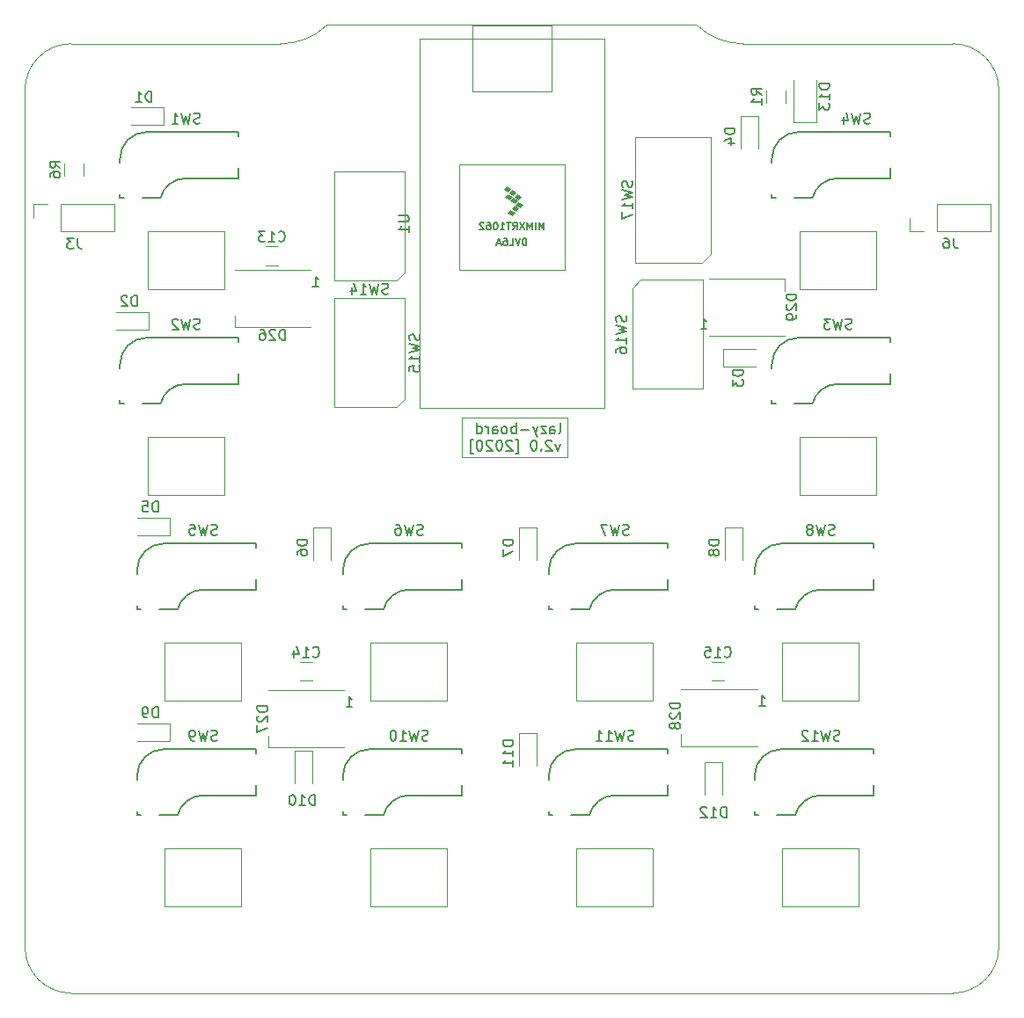
<source format=gbr>
G04 #@! TF.GenerationSoftware,KiCad,Pcbnew,(5.1.5)-3*
G04 #@! TF.CreationDate,2020-06-30T23:50:15-07:00*
G04 #@! TF.ProjectId,keypadV2,6b657970-6164-4563-922e-6b696361645f,rev?*
G04 #@! TF.SameCoordinates,Original*
G04 #@! TF.FileFunction,Legend,Bot*
G04 #@! TF.FilePolarity,Positive*
%FSLAX46Y46*%
G04 Gerber Fmt 4.6, Leading zero omitted, Abs format (unit mm)*
G04 Created by KiCad (PCBNEW (5.1.5)-3) date 2020-06-30 23:50:15*
%MOMM*%
%LPD*%
G04 APERTURE LIST*
%ADD10C,0.120000*%
%ADD11C,0.150000*%
%ADD12C,0.050000*%
%ADD13C,0.100000*%
G04 APERTURE END LIST*
D10*
X177038000Y-85217000D02*
X187198000Y-85217000D01*
X177038000Y-81407000D02*
X177038000Y-85217000D01*
X187198000Y-81407000D02*
X177038000Y-81407000D01*
X187198000Y-85217000D02*
X187198000Y-81407000D01*
D11*
X186356095Y-82939380D02*
X186451333Y-82891761D01*
X186498952Y-82796523D01*
X186498952Y-81939380D01*
X185546571Y-82939380D02*
X185546571Y-82415571D01*
X185594190Y-82320333D01*
X185689428Y-82272714D01*
X185879904Y-82272714D01*
X185975142Y-82320333D01*
X185546571Y-82891761D02*
X185641809Y-82939380D01*
X185879904Y-82939380D01*
X185975142Y-82891761D01*
X186022761Y-82796523D01*
X186022761Y-82701285D01*
X185975142Y-82606047D01*
X185879904Y-82558428D01*
X185641809Y-82558428D01*
X185546571Y-82510809D01*
X185165619Y-82272714D02*
X184641809Y-82272714D01*
X185165619Y-82939380D01*
X184641809Y-82939380D01*
X184356095Y-82272714D02*
X184118000Y-82939380D01*
X183879904Y-82272714D02*
X184118000Y-82939380D01*
X184213238Y-83177476D01*
X184260857Y-83225095D01*
X184356095Y-83272714D01*
X183498952Y-82558428D02*
X182737047Y-82558428D01*
X182260857Y-82939380D02*
X182260857Y-81939380D01*
X182260857Y-82320333D02*
X182165619Y-82272714D01*
X181975142Y-82272714D01*
X181879904Y-82320333D01*
X181832285Y-82367952D01*
X181784666Y-82463190D01*
X181784666Y-82748904D01*
X181832285Y-82844142D01*
X181879904Y-82891761D01*
X181975142Y-82939380D01*
X182165619Y-82939380D01*
X182260857Y-82891761D01*
X181213238Y-82939380D02*
X181308476Y-82891761D01*
X181356095Y-82844142D01*
X181403714Y-82748904D01*
X181403714Y-82463190D01*
X181356095Y-82367952D01*
X181308476Y-82320333D01*
X181213238Y-82272714D01*
X181070380Y-82272714D01*
X180975142Y-82320333D01*
X180927523Y-82367952D01*
X180879904Y-82463190D01*
X180879904Y-82748904D01*
X180927523Y-82844142D01*
X180975142Y-82891761D01*
X181070380Y-82939380D01*
X181213238Y-82939380D01*
X180022761Y-82939380D02*
X180022761Y-82415571D01*
X180070380Y-82320333D01*
X180165619Y-82272714D01*
X180356095Y-82272714D01*
X180451333Y-82320333D01*
X180022761Y-82891761D02*
X180118000Y-82939380D01*
X180356095Y-82939380D01*
X180451333Y-82891761D01*
X180498952Y-82796523D01*
X180498952Y-82701285D01*
X180451333Y-82606047D01*
X180356095Y-82558428D01*
X180118000Y-82558428D01*
X180022761Y-82510809D01*
X179546571Y-82939380D02*
X179546571Y-82272714D01*
X179546571Y-82463190D02*
X179498952Y-82367952D01*
X179451333Y-82320333D01*
X179356095Y-82272714D01*
X179260857Y-82272714D01*
X178498952Y-82939380D02*
X178498952Y-81939380D01*
X178498952Y-82891761D02*
X178594190Y-82939380D01*
X178784666Y-82939380D01*
X178879904Y-82891761D01*
X178927523Y-82844142D01*
X178975142Y-82748904D01*
X178975142Y-82463190D01*
X178927523Y-82367952D01*
X178879904Y-82320333D01*
X178784666Y-82272714D01*
X178594190Y-82272714D01*
X178498952Y-82320333D01*
X186498952Y-83922714D02*
X186260857Y-84589380D01*
X186022761Y-83922714D01*
X185689428Y-83684619D02*
X185641809Y-83637000D01*
X185546571Y-83589380D01*
X185308476Y-83589380D01*
X185213238Y-83637000D01*
X185165619Y-83684619D01*
X185118000Y-83779857D01*
X185118000Y-83875095D01*
X185165619Y-84017952D01*
X185737047Y-84589380D01*
X185118000Y-84589380D01*
X184689428Y-84494142D02*
X184641809Y-84541761D01*
X184689428Y-84589380D01*
X184737047Y-84541761D01*
X184689428Y-84494142D01*
X184689428Y-84589380D01*
X184022761Y-83589380D02*
X183927523Y-83589380D01*
X183832285Y-83637000D01*
X183784666Y-83684619D01*
X183737047Y-83779857D01*
X183689428Y-83970333D01*
X183689428Y-84208428D01*
X183737047Y-84398904D01*
X183784666Y-84494142D01*
X183832285Y-84541761D01*
X183927523Y-84589380D01*
X184022761Y-84589380D01*
X184118000Y-84541761D01*
X184165619Y-84494142D01*
X184213238Y-84398904D01*
X184260857Y-84208428D01*
X184260857Y-83970333D01*
X184213238Y-83779857D01*
X184165619Y-83684619D01*
X184118000Y-83637000D01*
X184022761Y-83589380D01*
X182213238Y-84922714D02*
X182451333Y-84922714D01*
X182451333Y-83494142D01*
X182213238Y-83494142D01*
X181879904Y-83684619D02*
X181832285Y-83637000D01*
X181737047Y-83589380D01*
X181498952Y-83589380D01*
X181403714Y-83637000D01*
X181356095Y-83684619D01*
X181308476Y-83779857D01*
X181308476Y-83875095D01*
X181356095Y-84017952D01*
X181927523Y-84589380D01*
X181308476Y-84589380D01*
X180689428Y-83589380D02*
X180594190Y-83589380D01*
X180498952Y-83637000D01*
X180451333Y-83684619D01*
X180403714Y-83779857D01*
X180356095Y-83970333D01*
X180356095Y-84208428D01*
X180403714Y-84398904D01*
X180451333Y-84494142D01*
X180498952Y-84541761D01*
X180594190Y-84589380D01*
X180689428Y-84589380D01*
X180784666Y-84541761D01*
X180832285Y-84494142D01*
X180879904Y-84398904D01*
X180927523Y-84208428D01*
X180927523Y-83970333D01*
X180879904Y-83779857D01*
X180832285Y-83684619D01*
X180784666Y-83637000D01*
X180689428Y-83589380D01*
X179975142Y-83684619D02*
X179927523Y-83637000D01*
X179832285Y-83589380D01*
X179594190Y-83589380D01*
X179498952Y-83637000D01*
X179451333Y-83684619D01*
X179403714Y-83779857D01*
X179403714Y-83875095D01*
X179451333Y-84017952D01*
X180022761Y-84589380D01*
X179403714Y-84589380D01*
X178784666Y-83589380D02*
X178689428Y-83589380D01*
X178594190Y-83637000D01*
X178546571Y-83684619D01*
X178498952Y-83779857D01*
X178451333Y-83970333D01*
X178451333Y-84208428D01*
X178498952Y-84398904D01*
X178546571Y-84494142D01*
X178594190Y-84541761D01*
X178689428Y-84589380D01*
X178784666Y-84589380D01*
X178879904Y-84541761D01*
X178927523Y-84494142D01*
X178975142Y-84398904D01*
X179022761Y-84208428D01*
X179022761Y-83970333D01*
X178975142Y-83779857D01*
X178927523Y-83684619D01*
X178879904Y-83637000D01*
X178784666Y-83589380D01*
X178118000Y-84922714D02*
X177879904Y-84922714D01*
X177879904Y-83494142D01*
X178118000Y-83494142D01*
D12*
X154178000Y-69024500D02*
X154178000Y-63436500D01*
X146812000Y-69024500D02*
X154178000Y-69024500D01*
X154178000Y-63436500D02*
X146812000Y-63436500D01*
X146812000Y-63436500D02*
X146812000Y-69024500D01*
X154178000Y-88836500D02*
X154178000Y-83248500D01*
X146812000Y-88836500D02*
X154178000Y-88836500D01*
X154178000Y-83248500D02*
X146812000Y-83248500D01*
X146812000Y-83248500D02*
X146812000Y-88836500D01*
X155829000Y-108648500D02*
X155829000Y-103060500D01*
X148463000Y-108648500D02*
X155829000Y-108648500D01*
X155829000Y-103060500D02*
X148463000Y-103060500D01*
X148463000Y-103060500D02*
X148463000Y-108648500D01*
X155829000Y-128460500D02*
X155829000Y-122872500D01*
X148463000Y-128460500D02*
X155829000Y-128460500D01*
X155829000Y-122872500D02*
X148463000Y-122872500D01*
X148463000Y-122872500D02*
X148463000Y-128460500D01*
X175641000Y-128460500D02*
X175641000Y-122872500D01*
X168275000Y-128460500D02*
X175641000Y-128460500D01*
X175641000Y-122872500D02*
X168275000Y-122872500D01*
X168275000Y-122872500D02*
X168275000Y-128460500D01*
X175641000Y-108648500D02*
X175641000Y-103060500D01*
X168275000Y-108648500D02*
X175641000Y-108648500D01*
X175641000Y-103060500D02*
X168275000Y-103060500D01*
X168275000Y-103060500D02*
X168275000Y-108648500D01*
X195453000Y-108648500D02*
X195453000Y-103060500D01*
X188087000Y-108648500D02*
X195453000Y-108648500D01*
X195453000Y-103060500D02*
X188087000Y-103060500D01*
X188087000Y-103060500D02*
X188087000Y-108648500D01*
X195453000Y-128460500D02*
X195453000Y-122872500D01*
X188087000Y-128460500D02*
X195453000Y-128460500D01*
X195453000Y-122872500D02*
X188087000Y-122872500D01*
X188087000Y-122872500D02*
X188087000Y-128460500D01*
X215265000Y-128460500D02*
X215265000Y-122872500D01*
X207899000Y-128460500D02*
X215265000Y-128460500D01*
X215265000Y-122872500D02*
X207899000Y-122872500D01*
X207899000Y-122872500D02*
X207899000Y-128460500D01*
X215265000Y-108648500D02*
X215265000Y-103060500D01*
X207899000Y-108648500D02*
X215265000Y-108648500D01*
X215265000Y-103060500D02*
X207899000Y-103060500D01*
X207899000Y-103060500D02*
X207899000Y-108648500D01*
X216916000Y-83248500D02*
X209550000Y-83248500D01*
X209550000Y-88836500D02*
X216916000Y-88836500D01*
X216916000Y-88836500D02*
X216916000Y-83248500D01*
X209550000Y-83248500D02*
X209550000Y-88836500D01*
X216916000Y-69024500D02*
X216916000Y-63436500D01*
X209550000Y-69024500D02*
X216916000Y-69024500D01*
X209550000Y-63436500D02*
X209550000Y-69024500D01*
X216916000Y-63436500D02*
X209550000Y-63436500D01*
X224282000Y-45402500D02*
X204089000Y-45402500D01*
X199459533Y-43557442D02*
X164268467Y-43557442D01*
X199728941Y-43669034D02*
G75*
G03X204089000Y-45402500I4360059J4616534D01*
G01*
X199728941Y-43669034D02*
G75*
G03X199459533Y-43557442I-269408J-269408D01*
G01*
X163999059Y-43669034D02*
G75*
G02X164268467Y-43557442I269408J-269408D01*
G01*
X163999059Y-43669034D02*
G75*
G02X159639000Y-45402500I-4360059J4616534D01*
G01*
X139446000Y-45402500D02*
X159639000Y-45402500D01*
X135001000Y-49847500D02*
X135001000Y-132397500D01*
X224282000Y-136842500D02*
X139446000Y-136842500D01*
X228727000Y-49847500D02*
X228727000Y-132397500D01*
D10*
X135001000Y-49847500D02*
G75*
G02X139446000Y-45402500I4445000J0D01*
G01*
X224282000Y-45402500D02*
G75*
G02X228727000Y-49847500I0J-4445000D01*
G01*
X228727000Y-132397500D02*
G75*
G02X224282000Y-136842500I-4445000J0D01*
G01*
X139446000Y-136842500D02*
G75*
G02X135001000Y-132397500I0J4445000D01*
G01*
X222758000Y-60836500D02*
X222758000Y-63496500D01*
X222758000Y-60836500D02*
X227898000Y-60836500D01*
X227898000Y-60836500D02*
X227898000Y-63496500D01*
X222758000Y-63496500D02*
X227898000Y-63496500D01*
X220158000Y-63496500D02*
X221488000Y-63496500D01*
X220158000Y-62166500D02*
X220158000Y-63496500D01*
X158402000Y-113176500D02*
X158402000Y-112026500D01*
X165702000Y-113176500D02*
X158402000Y-113176500D01*
X165702000Y-107676500D02*
X158402000Y-107676500D01*
X159352064Y-64939500D02*
X158147936Y-64939500D01*
X159352064Y-66759500D02*
X158147936Y-66759500D01*
X162654064Y-104944500D02*
X161449936Y-104944500D01*
X162654064Y-106764500D02*
X161449936Y-106764500D01*
X202278064Y-104944500D02*
X201073936Y-104944500D01*
X202278064Y-106764500D02*
X201073936Y-106764500D01*
X148331000Y-51537500D02*
X145181000Y-51537500D01*
X148331000Y-53237500D02*
X145181000Y-53237500D01*
X148331000Y-51537500D02*
X148331000Y-53237500D01*
X146934000Y-71222500D02*
X143784000Y-71222500D01*
X146934000Y-72922500D02*
X143784000Y-72922500D01*
X146934000Y-71222500D02*
X146934000Y-72922500D01*
X202189000Y-76478500D02*
X202189000Y-74778500D01*
X202189000Y-74778500D02*
X205339000Y-74778500D01*
X202189000Y-76478500D02*
X205339000Y-76478500D01*
X203874000Y-52392500D02*
X203874000Y-55542500D01*
X205574000Y-52392500D02*
X205574000Y-55542500D01*
X203874000Y-52392500D02*
X205574000Y-52392500D01*
X148966000Y-91034500D02*
X148966000Y-92734500D01*
X148966000Y-92734500D02*
X145816000Y-92734500D01*
X148966000Y-91034500D02*
X145816000Y-91034500D01*
X162726000Y-92016500D02*
X162726000Y-95166500D01*
X164426000Y-92016500D02*
X164426000Y-95166500D01*
X162726000Y-92016500D02*
X164426000Y-92016500D01*
X182538000Y-92016500D02*
X184238000Y-92016500D01*
X184238000Y-92016500D02*
X184238000Y-95166500D01*
X182538000Y-92016500D02*
X182538000Y-95166500D01*
X202350000Y-92016500D02*
X204050000Y-92016500D01*
X204050000Y-92016500D02*
X204050000Y-95166500D01*
X202350000Y-92016500D02*
X202350000Y-95166500D01*
X148966000Y-110846500D02*
X148966000Y-112546500D01*
X148966000Y-112546500D02*
X145816000Y-112546500D01*
X148966000Y-110846500D02*
X145816000Y-110846500D01*
X160948000Y-113479500D02*
X160948000Y-116629500D01*
X162648000Y-113479500D02*
X162648000Y-116629500D01*
X160948000Y-113479500D02*
X162648000Y-113479500D01*
X182538000Y-111828500D02*
X184238000Y-111828500D01*
X184238000Y-111828500D02*
X184238000Y-114978500D01*
X182538000Y-111828500D02*
X182538000Y-114978500D01*
X200445000Y-114622500D02*
X200445000Y-117772500D01*
X202145000Y-114622500D02*
X202145000Y-117772500D01*
X200445000Y-114622500D02*
X202145000Y-114622500D01*
X211193000Y-48882500D02*
X211193000Y-52942500D01*
X211193000Y-52942500D02*
X208923000Y-52942500D01*
X208923000Y-52942500D02*
X208923000Y-48882500D01*
X162463500Y-67227000D02*
X155163500Y-67227000D01*
X162463500Y-72727000D02*
X155163500Y-72727000D01*
X155163500Y-72727000D02*
X155163500Y-71577000D01*
X205453000Y-107549500D02*
X198153000Y-107549500D01*
X205453000Y-113049500D02*
X198153000Y-113049500D01*
X198153000Y-113049500D02*
X198153000Y-111899500D01*
X208120000Y-68052500D02*
X208120000Y-69202500D01*
X200820000Y-68052500D02*
X208120000Y-68052500D01*
X200820000Y-73552500D02*
X208120000Y-73552500D01*
X206354000Y-49880436D02*
X206354000Y-51084564D01*
X208174000Y-49880436D02*
X208174000Y-51084564D01*
X170748000Y-68242000D02*
X171548000Y-67442000D01*
X171548000Y-67442000D02*
X171548000Y-57742000D01*
X171548000Y-57742000D02*
X164748000Y-57742000D01*
X164748000Y-57742000D02*
X164748000Y-68242000D01*
X164748000Y-68242000D02*
X170748000Y-68242000D01*
X164748000Y-80434000D02*
X170748000Y-80434000D01*
X164748000Y-69934000D02*
X164748000Y-80434000D01*
X171548000Y-69934000D02*
X164748000Y-69934000D01*
X171548000Y-79634000D02*
X171548000Y-69934000D01*
X170748000Y-80434000D02*
X171548000Y-79634000D01*
X194250000Y-68156000D02*
X193450000Y-68956000D01*
X193450000Y-68956000D02*
X193450000Y-78656000D01*
X193450000Y-78656000D02*
X200250000Y-78656000D01*
X200250000Y-78656000D02*
X200250000Y-68156000D01*
X200250000Y-68156000D02*
X194250000Y-68156000D01*
X200163000Y-66477000D02*
X200963000Y-65677000D01*
X200963000Y-65677000D02*
X200963000Y-54427000D01*
X200963000Y-54427000D02*
X193753000Y-54427000D01*
X193753000Y-54427000D02*
X193753000Y-66477000D01*
X193753000Y-66477000D02*
X200163000Y-66477000D01*
D13*
G36*
X181584600Y-60375800D02*
G01*
X181838600Y-60121800D01*
X181457600Y-59867800D01*
X181203600Y-60121800D01*
X181584600Y-60375800D01*
G37*
X181584600Y-60375800D02*
X181838600Y-60121800D01*
X181457600Y-59867800D01*
X181203600Y-60121800D01*
X181584600Y-60375800D01*
G36*
X182092600Y-60756800D02*
G01*
X182346600Y-60502800D01*
X181965600Y-60248800D01*
X181711600Y-60502800D01*
X182092600Y-60756800D01*
G37*
X182092600Y-60756800D02*
X182346600Y-60502800D01*
X181965600Y-60248800D01*
X181711600Y-60502800D01*
X182092600Y-60756800D01*
G36*
X181965600Y-59994800D02*
G01*
X182219600Y-59740800D01*
X181838600Y-59486800D01*
X181584600Y-59740800D01*
X181965600Y-59994800D01*
G37*
X181965600Y-59994800D02*
X182219600Y-59740800D01*
X181838600Y-59486800D01*
X181584600Y-59740800D01*
X181965600Y-59994800D01*
G36*
X182473600Y-60375800D02*
G01*
X182727600Y-60121800D01*
X182346600Y-59867800D01*
X182092600Y-60121800D01*
X182473600Y-60375800D01*
G37*
X182473600Y-60375800D02*
X182727600Y-60121800D01*
X182346600Y-59867800D01*
X182092600Y-60121800D01*
X182473600Y-60375800D01*
G36*
X182600600Y-61137800D02*
G01*
X182854600Y-60883800D01*
X182473600Y-60629800D01*
X182219600Y-60883800D01*
X182600600Y-61137800D01*
G37*
X182600600Y-61137800D02*
X182854600Y-60883800D01*
X182473600Y-60629800D01*
X182219600Y-60883800D01*
X182600600Y-61137800D01*
G36*
X181457600Y-59613800D02*
G01*
X181711600Y-59359800D01*
X181330600Y-59105800D01*
X181076600Y-59359800D01*
X181457600Y-59613800D01*
G37*
X181457600Y-59613800D02*
X181711600Y-59359800D01*
X181330600Y-59105800D01*
X181076600Y-59359800D01*
X181457600Y-59613800D01*
G36*
X182219600Y-61518800D02*
G01*
X182473600Y-61264800D01*
X182092600Y-61010800D01*
X181838600Y-61264800D01*
X182219600Y-61518800D01*
G37*
X182219600Y-61518800D02*
X182473600Y-61264800D01*
X182092600Y-61010800D01*
X181838600Y-61264800D01*
X182219600Y-61518800D01*
G36*
X181838600Y-61899800D02*
G01*
X182092600Y-61645800D01*
X181711600Y-61391800D01*
X181457600Y-61645800D01*
X181838600Y-61899800D01*
G37*
X181838600Y-61899800D02*
X182092600Y-61645800D01*
X181711600Y-61391800D01*
X181457600Y-61645800D01*
X181838600Y-61899800D01*
D10*
X190754000Y-44958000D02*
X190754000Y-80518000D01*
X190754000Y-80518000D02*
X172974000Y-80518000D01*
X172974000Y-80518000D02*
X172974000Y-44958000D01*
X172974000Y-44958000D02*
X190754000Y-44958000D01*
X185674000Y-44958000D02*
X185674000Y-43688000D01*
X185674000Y-43688000D02*
X178054000Y-43688000D01*
X178054000Y-43688000D02*
X178054000Y-44958000D01*
X178054000Y-44958000D02*
X178054000Y-50038000D01*
X178054000Y-50038000D02*
X185674000Y-50038000D01*
X185674000Y-50038000D02*
X185674000Y-44958000D01*
X176784000Y-57023000D02*
X186944000Y-57023000D01*
X186944000Y-57023000D02*
X186944000Y-67183000D01*
X186944000Y-67183000D02*
X176784000Y-67183000D01*
X176784000Y-67183000D02*
X176784000Y-57023000D01*
D11*
X144145000Y-56451500D02*
G75*
G02X146685000Y-53911500I2540000J0D01*
G01*
X144145000Y-59880500D02*
X144145000Y-60261500D01*
X148030838Y-60280460D02*
G75*
G02X150495000Y-58356500I2464162J-616040D01*
G01*
X155575000Y-57340500D02*
X155575000Y-58356500D01*
X155575000Y-58356500D02*
X150495000Y-58356500D01*
X148030838Y-60261500D02*
X146304000Y-60261500D01*
X144526000Y-60261500D02*
X144145000Y-60261500D01*
X144145000Y-56451500D02*
X144145000Y-56832500D01*
X146685000Y-53911500D02*
X155575000Y-53911500D01*
X155575000Y-53911500D02*
X155575000Y-54292500D01*
X155575000Y-73723500D02*
X155575000Y-74104500D01*
X146685000Y-73723500D02*
X155575000Y-73723500D01*
X144145000Y-76263500D02*
X144145000Y-76644500D01*
X144526000Y-80073500D02*
X144145000Y-80073500D01*
X148030838Y-80073500D02*
X146304000Y-80073500D01*
X155575000Y-78168500D02*
X150495000Y-78168500D01*
X155575000Y-77152500D02*
X155575000Y-78168500D01*
X148030838Y-80092460D02*
G75*
G02X150495000Y-78168500I2464162J-616040D01*
G01*
X144145000Y-79692500D02*
X144145000Y-80073500D01*
X144145000Y-76263500D02*
G75*
G02X146685000Y-73723500I2540000J0D01*
G01*
X206883000Y-76263500D02*
G75*
G02X209423000Y-73723500I2540000J0D01*
G01*
X206883000Y-79692500D02*
X206883000Y-80073500D01*
X210768838Y-80092460D02*
G75*
G02X213233000Y-78168500I2464162J-616040D01*
G01*
X218313000Y-77152500D02*
X218313000Y-78168500D01*
X218313000Y-78168500D02*
X213233000Y-78168500D01*
X210768838Y-80073500D02*
X209042000Y-80073500D01*
X207264000Y-80073500D02*
X206883000Y-80073500D01*
X206883000Y-76263500D02*
X206883000Y-76644500D01*
X209423000Y-73723500D02*
X218313000Y-73723500D01*
X218313000Y-73723500D02*
X218313000Y-74104500D01*
X218313000Y-53911500D02*
X218313000Y-54292500D01*
X209423000Y-53911500D02*
X218313000Y-53911500D01*
X206883000Y-56451500D02*
X206883000Y-56832500D01*
X207264000Y-60261500D02*
X206883000Y-60261500D01*
X210768838Y-60261500D02*
X209042000Y-60261500D01*
X218313000Y-58356500D02*
X213233000Y-58356500D01*
X218313000Y-57340500D02*
X218313000Y-58356500D01*
X210768838Y-60280460D02*
G75*
G02X213233000Y-58356500I2464162J-616040D01*
G01*
X206883000Y-59880500D02*
X206883000Y-60261500D01*
X206883000Y-56451500D02*
G75*
G02X209423000Y-53911500I2540000J0D01*
G01*
X145796000Y-96075500D02*
G75*
G02X148336000Y-93535500I2540000J0D01*
G01*
X145796000Y-99504500D02*
X145796000Y-99885500D01*
X149681838Y-99904460D02*
G75*
G02X152146000Y-97980500I2464162J-616040D01*
G01*
X157226000Y-96964500D02*
X157226000Y-97980500D01*
X157226000Y-97980500D02*
X152146000Y-97980500D01*
X149681838Y-99885500D02*
X147955000Y-99885500D01*
X146177000Y-99885500D02*
X145796000Y-99885500D01*
X145796000Y-96075500D02*
X145796000Y-96456500D01*
X148336000Y-93535500D02*
X157226000Y-93535500D01*
X157226000Y-93535500D02*
X157226000Y-93916500D01*
X165608000Y-96075500D02*
G75*
G02X168148000Y-93535500I2540000J0D01*
G01*
X165608000Y-99504500D02*
X165608000Y-99885500D01*
X169493838Y-99904460D02*
G75*
G02X171958000Y-97980500I2464162J-616040D01*
G01*
X177038000Y-96964500D02*
X177038000Y-97980500D01*
X177038000Y-97980500D02*
X171958000Y-97980500D01*
X169493838Y-99885500D02*
X167767000Y-99885500D01*
X165989000Y-99885500D02*
X165608000Y-99885500D01*
X165608000Y-96075500D02*
X165608000Y-96456500D01*
X168148000Y-93535500D02*
X177038000Y-93535500D01*
X177038000Y-93535500D02*
X177038000Y-93916500D01*
X196850000Y-93535500D02*
X196850000Y-93916500D01*
X187960000Y-93535500D02*
X196850000Y-93535500D01*
X185420000Y-96075500D02*
X185420000Y-96456500D01*
X185801000Y-99885500D02*
X185420000Y-99885500D01*
X189305838Y-99885500D02*
X187579000Y-99885500D01*
X196850000Y-97980500D02*
X191770000Y-97980500D01*
X196850000Y-96964500D02*
X196850000Y-97980500D01*
X189305838Y-99904460D02*
G75*
G02X191770000Y-97980500I2464162J-616040D01*
G01*
X185420000Y-99504500D02*
X185420000Y-99885500D01*
X185420000Y-96075500D02*
G75*
G02X187960000Y-93535500I2540000J0D01*
G01*
X205232000Y-96075500D02*
G75*
G02X207772000Y-93535500I2540000J0D01*
G01*
X205232000Y-99504500D02*
X205232000Y-99885500D01*
X209117838Y-99904460D02*
G75*
G02X211582000Y-97980500I2464162J-616040D01*
G01*
X216662000Y-96964500D02*
X216662000Y-97980500D01*
X216662000Y-97980500D02*
X211582000Y-97980500D01*
X209117838Y-99885500D02*
X207391000Y-99885500D01*
X205613000Y-99885500D02*
X205232000Y-99885500D01*
X205232000Y-96075500D02*
X205232000Y-96456500D01*
X207772000Y-93535500D02*
X216662000Y-93535500D01*
X216662000Y-93535500D02*
X216662000Y-93916500D01*
X157226000Y-113347500D02*
X157226000Y-113728500D01*
X148336000Y-113347500D02*
X157226000Y-113347500D01*
X145796000Y-115887500D02*
X145796000Y-116268500D01*
X146177000Y-119697500D02*
X145796000Y-119697500D01*
X149681838Y-119697500D02*
X147955000Y-119697500D01*
X157226000Y-117792500D02*
X152146000Y-117792500D01*
X157226000Y-116776500D02*
X157226000Y-117792500D01*
X149681838Y-119716460D02*
G75*
G02X152146000Y-117792500I2464162J-616040D01*
G01*
X145796000Y-119316500D02*
X145796000Y-119697500D01*
X145796000Y-115887500D02*
G75*
G02X148336000Y-113347500I2540000J0D01*
G01*
X177038000Y-113347500D02*
X177038000Y-113728500D01*
X168148000Y-113347500D02*
X177038000Y-113347500D01*
X165608000Y-115887500D02*
X165608000Y-116268500D01*
X165989000Y-119697500D02*
X165608000Y-119697500D01*
X169493838Y-119697500D02*
X167767000Y-119697500D01*
X177038000Y-117792500D02*
X171958000Y-117792500D01*
X177038000Y-116776500D02*
X177038000Y-117792500D01*
X169493838Y-119716460D02*
G75*
G02X171958000Y-117792500I2464162J-616040D01*
G01*
X165608000Y-119316500D02*
X165608000Y-119697500D01*
X165608000Y-115887500D02*
G75*
G02X168148000Y-113347500I2540000J0D01*
G01*
X185420000Y-115887500D02*
G75*
G02X187960000Y-113347500I2540000J0D01*
G01*
X185420000Y-119316500D02*
X185420000Y-119697500D01*
X189305838Y-119716460D02*
G75*
G02X191770000Y-117792500I2464162J-616040D01*
G01*
X196850000Y-116776500D02*
X196850000Y-117792500D01*
X196850000Y-117792500D02*
X191770000Y-117792500D01*
X189305838Y-119697500D02*
X187579000Y-119697500D01*
X185801000Y-119697500D02*
X185420000Y-119697500D01*
X185420000Y-115887500D02*
X185420000Y-116268500D01*
X187960000Y-113347500D02*
X196850000Y-113347500D01*
X196850000Y-113347500D02*
X196850000Y-113728500D01*
X216662000Y-113347500D02*
X216662000Y-113728500D01*
X207772000Y-113347500D02*
X216662000Y-113347500D01*
X205232000Y-115887500D02*
X205232000Y-116268500D01*
X205613000Y-119697500D02*
X205232000Y-119697500D01*
X209117838Y-119697500D02*
X207391000Y-119697500D01*
X216662000Y-117792500D02*
X211582000Y-117792500D01*
X216662000Y-116776500D02*
X216662000Y-117792500D01*
X209117838Y-119716460D02*
G75*
G02X211582000Y-117792500I2464162J-616040D01*
G01*
X205232000Y-119316500D02*
X205232000Y-119697500D01*
X205232000Y-115887500D02*
G75*
G02X207772000Y-113347500I2540000J0D01*
G01*
D10*
X143570000Y-60836500D02*
X143570000Y-63496500D01*
X138430000Y-60836500D02*
X143570000Y-60836500D01*
X138430000Y-63496500D02*
X143570000Y-63496500D01*
X138430000Y-60836500D02*
X138430000Y-63496500D01*
X137160000Y-60836500D02*
X135830000Y-60836500D01*
X135830000Y-60836500D02*
X135830000Y-62166500D01*
X140610000Y-58133064D02*
X140610000Y-56928936D01*
X138790000Y-58133064D02*
X138790000Y-56928936D01*
D11*
X224386733Y-64108080D02*
X224386733Y-64822366D01*
X224434352Y-64965223D01*
X224529590Y-65060461D01*
X224672447Y-65108080D01*
X224767685Y-65108080D01*
X223481971Y-64108080D02*
X223672447Y-64108080D01*
X223767685Y-64155700D01*
X223815304Y-64203319D01*
X223910542Y-64346176D01*
X223958161Y-64536652D01*
X223958161Y-64917604D01*
X223910542Y-65012842D01*
X223862923Y-65060461D01*
X223767685Y-65108080D01*
X223577209Y-65108080D01*
X223481971Y-65060461D01*
X223434352Y-65012842D01*
X223386733Y-64917604D01*
X223386733Y-64679509D01*
X223434352Y-64584271D01*
X223481971Y-64536652D01*
X223577209Y-64489033D01*
X223767685Y-64489033D01*
X223862923Y-64536652D01*
X223910542Y-64584271D01*
X223958161Y-64679509D01*
X158351480Y-109212214D02*
X157351480Y-109212214D01*
X157351480Y-109450309D01*
X157399100Y-109593166D01*
X157494338Y-109688404D01*
X157589576Y-109736023D01*
X157780052Y-109783642D01*
X157922909Y-109783642D01*
X158113385Y-109736023D01*
X158208623Y-109688404D01*
X158303861Y-109593166D01*
X158351480Y-109450309D01*
X158351480Y-109212214D01*
X157446719Y-110164595D02*
X157399100Y-110212214D01*
X157351480Y-110307452D01*
X157351480Y-110545547D01*
X157399100Y-110640785D01*
X157446719Y-110688404D01*
X157541957Y-110736023D01*
X157637195Y-110736023D01*
X157780052Y-110688404D01*
X158351480Y-110116976D01*
X158351480Y-110736023D01*
X157351480Y-111069357D02*
X157351480Y-111736023D01*
X158351480Y-111307452D01*
X165916285Y-109278880D02*
X166487714Y-109278880D01*
X166202000Y-109278880D02*
X166202000Y-108278880D01*
X166297238Y-108421738D01*
X166392476Y-108516976D01*
X166487714Y-108564595D01*
X159392857Y-64386642D02*
X159440476Y-64434261D01*
X159583333Y-64481880D01*
X159678571Y-64481880D01*
X159821428Y-64434261D01*
X159916666Y-64339023D01*
X159964285Y-64243785D01*
X160011904Y-64053309D01*
X160011904Y-63910452D01*
X159964285Y-63719976D01*
X159916666Y-63624738D01*
X159821428Y-63529500D01*
X159678571Y-63481880D01*
X159583333Y-63481880D01*
X159440476Y-63529500D01*
X159392857Y-63577119D01*
X158440476Y-64481880D02*
X159011904Y-64481880D01*
X158726190Y-64481880D02*
X158726190Y-63481880D01*
X158821428Y-63624738D01*
X158916666Y-63719976D01*
X159011904Y-63767595D01*
X158107142Y-63481880D02*
X157488095Y-63481880D01*
X157821428Y-63862833D01*
X157678571Y-63862833D01*
X157583333Y-63910452D01*
X157535714Y-63958071D01*
X157488095Y-64053309D01*
X157488095Y-64291404D01*
X157535714Y-64386642D01*
X157583333Y-64434261D01*
X157678571Y-64481880D01*
X157964285Y-64481880D01*
X158059523Y-64434261D01*
X158107142Y-64386642D01*
X162694857Y-104391642D02*
X162742476Y-104439261D01*
X162885333Y-104486880D01*
X162980571Y-104486880D01*
X163123428Y-104439261D01*
X163218666Y-104344023D01*
X163266285Y-104248785D01*
X163313904Y-104058309D01*
X163313904Y-103915452D01*
X163266285Y-103724976D01*
X163218666Y-103629738D01*
X163123428Y-103534500D01*
X162980571Y-103486880D01*
X162885333Y-103486880D01*
X162742476Y-103534500D01*
X162694857Y-103582119D01*
X161742476Y-104486880D02*
X162313904Y-104486880D01*
X162028190Y-104486880D02*
X162028190Y-103486880D01*
X162123428Y-103629738D01*
X162218666Y-103724976D01*
X162313904Y-103772595D01*
X160885333Y-103820214D02*
X160885333Y-104486880D01*
X161123428Y-103439261D02*
X161361523Y-104153547D01*
X160742476Y-104153547D01*
X202318857Y-104391642D02*
X202366476Y-104439261D01*
X202509333Y-104486880D01*
X202604571Y-104486880D01*
X202747428Y-104439261D01*
X202842666Y-104344023D01*
X202890285Y-104248785D01*
X202937904Y-104058309D01*
X202937904Y-103915452D01*
X202890285Y-103724976D01*
X202842666Y-103629738D01*
X202747428Y-103534500D01*
X202604571Y-103486880D01*
X202509333Y-103486880D01*
X202366476Y-103534500D01*
X202318857Y-103582119D01*
X201366476Y-104486880D02*
X201937904Y-104486880D01*
X201652190Y-104486880D02*
X201652190Y-103486880D01*
X201747428Y-103629738D01*
X201842666Y-103724976D01*
X201937904Y-103772595D01*
X200461714Y-103486880D02*
X200937904Y-103486880D01*
X200985523Y-103963071D01*
X200937904Y-103915452D01*
X200842666Y-103867833D01*
X200604571Y-103867833D01*
X200509333Y-103915452D01*
X200461714Y-103963071D01*
X200414095Y-104058309D01*
X200414095Y-104296404D01*
X200461714Y-104391642D01*
X200509333Y-104439261D01*
X200604571Y-104486880D01*
X200842666Y-104486880D01*
X200937904Y-104439261D01*
X200985523Y-104391642D01*
X147169095Y-50989880D02*
X147169095Y-49989880D01*
X146931000Y-49989880D01*
X146788142Y-50037500D01*
X146692904Y-50132738D01*
X146645285Y-50227976D01*
X146597666Y-50418452D01*
X146597666Y-50561309D01*
X146645285Y-50751785D01*
X146692904Y-50847023D01*
X146788142Y-50942261D01*
X146931000Y-50989880D01*
X147169095Y-50989880D01*
X145645285Y-50989880D02*
X146216714Y-50989880D01*
X145931000Y-50989880D02*
X145931000Y-49989880D01*
X146026238Y-50132738D01*
X146121476Y-50227976D01*
X146216714Y-50275595D01*
X145772095Y-70674880D02*
X145772095Y-69674880D01*
X145534000Y-69674880D01*
X145391142Y-69722500D01*
X145295904Y-69817738D01*
X145248285Y-69912976D01*
X145200666Y-70103452D01*
X145200666Y-70246309D01*
X145248285Y-70436785D01*
X145295904Y-70532023D01*
X145391142Y-70627261D01*
X145534000Y-70674880D01*
X145772095Y-70674880D01*
X144819714Y-69770119D02*
X144772095Y-69722500D01*
X144676857Y-69674880D01*
X144438761Y-69674880D01*
X144343523Y-69722500D01*
X144295904Y-69770119D01*
X144248285Y-69865357D01*
X144248285Y-69960595D01*
X144295904Y-70103452D01*
X144867333Y-70674880D01*
X144248285Y-70674880D01*
X204096880Y-76846204D02*
X203096880Y-76846204D01*
X203096880Y-77084300D01*
X203144500Y-77227157D01*
X203239738Y-77322395D01*
X203334976Y-77370014D01*
X203525452Y-77417633D01*
X203668309Y-77417633D01*
X203858785Y-77370014D01*
X203954023Y-77322395D01*
X204049261Y-77227157D01*
X204096880Y-77084300D01*
X204096880Y-76846204D01*
X203096880Y-77750966D02*
X203096880Y-78370014D01*
X203477833Y-78036680D01*
X203477833Y-78179538D01*
X203525452Y-78274776D01*
X203573071Y-78322395D01*
X203668309Y-78370014D01*
X203906404Y-78370014D01*
X204001642Y-78322395D01*
X204049261Y-78274776D01*
X204096880Y-78179538D01*
X204096880Y-77893823D01*
X204049261Y-77798585D01*
X204001642Y-77750966D01*
X203326380Y-53554404D02*
X202326380Y-53554404D01*
X202326380Y-53792500D01*
X202374000Y-53935357D01*
X202469238Y-54030595D01*
X202564476Y-54078214D01*
X202754952Y-54125833D01*
X202897809Y-54125833D01*
X203088285Y-54078214D01*
X203183523Y-54030595D01*
X203278761Y-53935357D01*
X203326380Y-53792500D01*
X203326380Y-53554404D01*
X202659714Y-54982976D02*
X203326380Y-54982976D01*
X202278761Y-54744880D02*
X202993047Y-54506785D01*
X202993047Y-55125833D01*
X147804095Y-90486880D02*
X147804095Y-89486880D01*
X147566000Y-89486880D01*
X147423142Y-89534500D01*
X147327904Y-89629738D01*
X147280285Y-89724976D01*
X147232666Y-89915452D01*
X147232666Y-90058309D01*
X147280285Y-90248785D01*
X147327904Y-90344023D01*
X147423142Y-90439261D01*
X147566000Y-90486880D01*
X147804095Y-90486880D01*
X146327904Y-89486880D02*
X146804095Y-89486880D01*
X146851714Y-89963071D01*
X146804095Y-89915452D01*
X146708857Y-89867833D01*
X146470761Y-89867833D01*
X146375523Y-89915452D01*
X146327904Y-89963071D01*
X146280285Y-90058309D01*
X146280285Y-90296404D01*
X146327904Y-90391642D01*
X146375523Y-90439261D01*
X146470761Y-90486880D01*
X146708857Y-90486880D01*
X146804095Y-90439261D01*
X146851714Y-90391642D01*
X162178380Y-93178404D02*
X161178380Y-93178404D01*
X161178380Y-93416500D01*
X161226000Y-93559357D01*
X161321238Y-93654595D01*
X161416476Y-93702214D01*
X161606952Y-93749833D01*
X161749809Y-93749833D01*
X161940285Y-93702214D01*
X162035523Y-93654595D01*
X162130761Y-93559357D01*
X162178380Y-93416500D01*
X162178380Y-93178404D01*
X161178380Y-94606976D02*
X161178380Y-94416500D01*
X161226000Y-94321261D01*
X161273619Y-94273642D01*
X161416476Y-94178404D01*
X161606952Y-94130785D01*
X161987904Y-94130785D01*
X162083142Y-94178404D01*
X162130761Y-94226023D01*
X162178380Y-94321261D01*
X162178380Y-94511738D01*
X162130761Y-94606976D01*
X162083142Y-94654595D01*
X161987904Y-94702214D01*
X161749809Y-94702214D01*
X161654571Y-94654595D01*
X161606952Y-94606976D01*
X161559333Y-94511738D01*
X161559333Y-94321261D01*
X161606952Y-94226023D01*
X161654571Y-94178404D01*
X161749809Y-94130785D01*
X181990380Y-93178404D02*
X180990380Y-93178404D01*
X180990380Y-93416500D01*
X181038000Y-93559357D01*
X181133238Y-93654595D01*
X181228476Y-93702214D01*
X181418952Y-93749833D01*
X181561809Y-93749833D01*
X181752285Y-93702214D01*
X181847523Y-93654595D01*
X181942761Y-93559357D01*
X181990380Y-93416500D01*
X181990380Y-93178404D01*
X180990380Y-94083166D02*
X180990380Y-94749833D01*
X181990380Y-94321261D01*
X201802380Y-93178404D02*
X200802380Y-93178404D01*
X200802380Y-93416500D01*
X200850000Y-93559357D01*
X200945238Y-93654595D01*
X201040476Y-93702214D01*
X201230952Y-93749833D01*
X201373809Y-93749833D01*
X201564285Y-93702214D01*
X201659523Y-93654595D01*
X201754761Y-93559357D01*
X201802380Y-93416500D01*
X201802380Y-93178404D01*
X201230952Y-94321261D02*
X201183333Y-94226023D01*
X201135714Y-94178404D01*
X201040476Y-94130785D01*
X200992857Y-94130785D01*
X200897619Y-94178404D01*
X200850000Y-94226023D01*
X200802380Y-94321261D01*
X200802380Y-94511738D01*
X200850000Y-94606976D01*
X200897619Y-94654595D01*
X200992857Y-94702214D01*
X201040476Y-94702214D01*
X201135714Y-94654595D01*
X201183333Y-94606976D01*
X201230952Y-94511738D01*
X201230952Y-94321261D01*
X201278571Y-94226023D01*
X201326190Y-94178404D01*
X201421428Y-94130785D01*
X201611904Y-94130785D01*
X201707142Y-94178404D01*
X201754761Y-94226023D01*
X201802380Y-94321261D01*
X201802380Y-94511738D01*
X201754761Y-94606976D01*
X201707142Y-94654595D01*
X201611904Y-94702214D01*
X201421428Y-94702214D01*
X201326190Y-94654595D01*
X201278571Y-94606976D01*
X201230952Y-94511738D01*
X147804095Y-110298880D02*
X147804095Y-109298880D01*
X147566000Y-109298880D01*
X147423142Y-109346500D01*
X147327904Y-109441738D01*
X147280285Y-109536976D01*
X147232666Y-109727452D01*
X147232666Y-109870309D01*
X147280285Y-110060785D01*
X147327904Y-110156023D01*
X147423142Y-110251261D01*
X147566000Y-110298880D01*
X147804095Y-110298880D01*
X146756476Y-110298880D02*
X146566000Y-110298880D01*
X146470761Y-110251261D01*
X146423142Y-110203642D01*
X146327904Y-110060785D01*
X146280285Y-109870309D01*
X146280285Y-109489357D01*
X146327904Y-109394119D01*
X146375523Y-109346500D01*
X146470761Y-109298880D01*
X146661238Y-109298880D01*
X146756476Y-109346500D01*
X146804095Y-109394119D01*
X146851714Y-109489357D01*
X146851714Y-109727452D01*
X146804095Y-109822690D01*
X146756476Y-109870309D01*
X146661238Y-109917928D01*
X146470761Y-109917928D01*
X146375523Y-109870309D01*
X146327904Y-109822690D01*
X146280285Y-109727452D01*
X162910685Y-118740180D02*
X162910685Y-117740180D01*
X162672590Y-117740180D01*
X162529733Y-117787800D01*
X162434495Y-117883038D01*
X162386876Y-117978276D01*
X162339257Y-118168752D01*
X162339257Y-118311609D01*
X162386876Y-118502085D01*
X162434495Y-118597323D01*
X162529733Y-118692561D01*
X162672590Y-118740180D01*
X162910685Y-118740180D01*
X161386876Y-118740180D02*
X161958304Y-118740180D01*
X161672590Y-118740180D02*
X161672590Y-117740180D01*
X161767828Y-117883038D01*
X161863066Y-117978276D01*
X161958304Y-118025895D01*
X160767828Y-117740180D02*
X160672590Y-117740180D01*
X160577352Y-117787800D01*
X160529733Y-117835419D01*
X160482114Y-117930657D01*
X160434495Y-118121133D01*
X160434495Y-118359228D01*
X160482114Y-118549704D01*
X160529733Y-118644942D01*
X160577352Y-118692561D01*
X160672590Y-118740180D01*
X160767828Y-118740180D01*
X160863066Y-118692561D01*
X160910685Y-118644942D01*
X160958304Y-118549704D01*
X161005923Y-118359228D01*
X161005923Y-118121133D01*
X160958304Y-117930657D01*
X160910685Y-117835419D01*
X160863066Y-117787800D01*
X160767828Y-117740180D01*
X181990380Y-112514214D02*
X180990380Y-112514214D01*
X180990380Y-112752309D01*
X181038000Y-112895166D01*
X181133238Y-112990404D01*
X181228476Y-113038023D01*
X181418952Y-113085642D01*
X181561809Y-113085642D01*
X181752285Y-113038023D01*
X181847523Y-112990404D01*
X181942761Y-112895166D01*
X181990380Y-112752309D01*
X181990380Y-112514214D01*
X181990380Y-114038023D02*
X181990380Y-113466595D01*
X181990380Y-113752309D02*
X180990380Y-113752309D01*
X181133238Y-113657071D01*
X181228476Y-113561833D01*
X181276095Y-113466595D01*
X181990380Y-114990404D02*
X181990380Y-114418976D01*
X181990380Y-114704690D02*
X180990380Y-114704690D01*
X181133238Y-114609452D01*
X181228476Y-114514214D01*
X181276095Y-114418976D01*
X202496585Y-119895880D02*
X202496585Y-118895880D01*
X202258490Y-118895880D01*
X202115633Y-118943500D01*
X202020395Y-119038738D01*
X201972776Y-119133976D01*
X201925157Y-119324452D01*
X201925157Y-119467309D01*
X201972776Y-119657785D01*
X202020395Y-119753023D01*
X202115633Y-119848261D01*
X202258490Y-119895880D01*
X202496585Y-119895880D01*
X200972776Y-119895880D02*
X201544204Y-119895880D01*
X201258490Y-119895880D02*
X201258490Y-118895880D01*
X201353728Y-119038738D01*
X201448966Y-119133976D01*
X201544204Y-119181595D01*
X200591823Y-118991119D02*
X200544204Y-118943500D01*
X200448966Y-118895880D01*
X200210871Y-118895880D01*
X200115633Y-118943500D01*
X200068014Y-118991119D01*
X200020395Y-119086357D01*
X200020395Y-119181595D01*
X200068014Y-119324452D01*
X200639442Y-119895880D01*
X200020395Y-119895880D01*
X212428080Y-49268214D02*
X211428080Y-49268214D01*
X211428080Y-49506309D01*
X211475700Y-49649166D01*
X211570938Y-49744404D01*
X211666176Y-49792023D01*
X211856652Y-49839642D01*
X211999509Y-49839642D01*
X212189985Y-49792023D01*
X212285223Y-49744404D01*
X212380461Y-49649166D01*
X212428080Y-49506309D01*
X212428080Y-49268214D01*
X212428080Y-50792023D02*
X212428080Y-50220595D01*
X212428080Y-50506309D02*
X211428080Y-50506309D01*
X211570938Y-50411071D01*
X211666176Y-50315833D01*
X211713795Y-50220595D01*
X211428080Y-51125357D02*
X211428080Y-51744404D01*
X211809033Y-51411071D01*
X211809033Y-51553928D01*
X211856652Y-51649166D01*
X211904271Y-51696785D01*
X211999509Y-51744404D01*
X212237604Y-51744404D01*
X212332842Y-51696785D01*
X212380461Y-51649166D01*
X212428080Y-51553928D01*
X212428080Y-51268214D01*
X212380461Y-51172976D01*
X212332842Y-51125357D01*
X160027785Y-73934580D02*
X160027785Y-72934580D01*
X159789690Y-72934580D01*
X159646833Y-72982200D01*
X159551595Y-73077438D01*
X159503976Y-73172676D01*
X159456357Y-73363152D01*
X159456357Y-73506009D01*
X159503976Y-73696485D01*
X159551595Y-73791723D01*
X159646833Y-73886961D01*
X159789690Y-73934580D01*
X160027785Y-73934580D01*
X159075404Y-73029819D02*
X159027785Y-72982200D01*
X158932547Y-72934580D01*
X158694452Y-72934580D01*
X158599214Y-72982200D01*
X158551595Y-73029819D01*
X158503976Y-73125057D01*
X158503976Y-73220295D01*
X158551595Y-73363152D01*
X159123023Y-73934580D01*
X158503976Y-73934580D01*
X157646833Y-72934580D02*
X157837309Y-72934580D01*
X157932547Y-72982200D01*
X157980166Y-73029819D01*
X158075404Y-73172676D01*
X158123023Y-73363152D01*
X158123023Y-73744104D01*
X158075404Y-73839342D01*
X158027785Y-73886961D01*
X157932547Y-73934580D01*
X157742071Y-73934580D01*
X157646833Y-73886961D01*
X157599214Y-73839342D01*
X157551595Y-73744104D01*
X157551595Y-73506009D01*
X157599214Y-73410771D01*
X157646833Y-73363152D01*
X157742071Y-73315533D01*
X157932547Y-73315533D01*
X158027785Y-73363152D01*
X158075404Y-73410771D01*
X158123023Y-73506009D01*
X162677785Y-68829380D02*
X163249214Y-68829380D01*
X162963500Y-68829380D02*
X162963500Y-67829380D01*
X163058738Y-67972238D01*
X163153976Y-68067476D01*
X163249214Y-68115095D01*
X198064380Y-108894714D02*
X197064380Y-108894714D01*
X197064380Y-109132809D01*
X197112000Y-109275666D01*
X197207238Y-109370904D01*
X197302476Y-109418523D01*
X197492952Y-109466142D01*
X197635809Y-109466142D01*
X197826285Y-109418523D01*
X197921523Y-109370904D01*
X198016761Y-109275666D01*
X198064380Y-109132809D01*
X198064380Y-108894714D01*
X197159619Y-109847095D02*
X197112000Y-109894714D01*
X197064380Y-109989952D01*
X197064380Y-110228047D01*
X197112000Y-110323285D01*
X197159619Y-110370904D01*
X197254857Y-110418523D01*
X197350095Y-110418523D01*
X197492952Y-110370904D01*
X198064380Y-109799476D01*
X198064380Y-110418523D01*
X197492952Y-110989952D02*
X197445333Y-110894714D01*
X197397714Y-110847095D01*
X197302476Y-110799476D01*
X197254857Y-110799476D01*
X197159619Y-110847095D01*
X197112000Y-110894714D01*
X197064380Y-110989952D01*
X197064380Y-111180428D01*
X197112000Y-111275666D01*
X197159619Y-111323285D01*
X197254857Y-111370904D01*
X197302476Y-111370904D01*
X197397714Y-111323285D01*
X197445333Y-111275666D01*
X197492952Y-111180428D01*
X197492952Y-110989952D01*
X197540571Y-110894714D01*
X197588190Y-110847095D01*
X197683428Y-110799476D01*
X197873904Y-110799476D01*
X197969142Y-110847095D01*
X198016761Y-110894714D01*
X198064380Y-110989952D01*
X198064380Y-111180428D01*
X198016761Y-111275666D01*
X197969142Y-111323285D01*
X197873904Y-111370904D01*
X197683428Y-111370904D01*
X197588190Y-111323285D01*
X197540571Y-111275666D01*
X197492952Y-111180428D01*
X205667285Y-109151880D02*
X206238714Y-109151880D01*
X205953000Y-109151880D02*
X205953000Y-108151880D01*
X206048238Y-108294738D01*
X206143476Y-108389976D01*
X206238714Y-108437595D01*
X209253080Y-69537414D02*
X208253080Y-69537414D01*
X208253080Y-69775509D01*
X208300700Y-69918366D01*
X208395938Y-70013604D01*
X208491176Y-70061223D01*
X208681652Y-70108842D01*
X208824509Y-70108842D01*
X209014985Y-70061223D01*
X209110223Y-70013604D01*
X209205461Y-69918366D01*
X209253080Y-69775509D01*
X209253080Y-69537414D01*
X208348319Y-70489795D02*
X208300700Y-70537414D01*
X208253080Y-70632652D01*
X208253080Y-70870747D01*
X208300700Y-70965985D01*
X208348319Y-71013604D01*
X208443557Y-71061223D01*
X208538795Y-71061223D01*
X208681652Y-71013604D01*
X209253080Y-70442176D01*
X209253080Y-71061223D01*
X209253080Y-71537414D02*
X209253080Y-71727890D01*
X209205461Y-71823128D01*
X209157842Y-71870747D01*
X209014985Y-71965985D01*
X208824509Y-72013604D01*
X208443557Y-72013604D01*
X208348319Y-71965985D01*
X208300700Y-71918366D01*
X208253080Y-71823128D01*
X208253080Y-71632652D01*
X208300700Y-71537414D01*
X208348319Y-71489795D01*
X208443557Y-71442176D01*
X208681652Y-71442176D01*
X208776890Y-71489795D01*
X208824509Y-71537414D01*
X208872128Y-71632652D01*
X208872128Y-71823128D01*
X208824509Y-71918366D01*
X208776890Y-71965985D01*
X208681652Y-72013604D01*
X200034285Y-72854880D02*
X200605714Y-72854880D01*
X200320000Y-72854880D02*
X200320000Y-71854880D01*
X200415238Y-71997738D01*
X200510476Y-72092976D01*
X200605714Y-72140595D01*
X205896380Y-50315833D02*
X205420190Y-49982500D01*
X205896380Y-49744404D02*
X204896380Y-49744404D01*
X204896380Y-50125357D01*
X204944000Y-50220595D01*
X204991619Y-50268214D01*
X205086857Y-50315833D01*
X205229714Y-50315833D01*
X205324952Y-50268214D01*
X205372571Y-50220595D01*
X205420190Y-50125357D01*
X205420190Y-49744404D01*
X205896380Y-51268214D02*
X205896380Y-50696785D01*
X205896380Y-50982500D02*
X204896380Y-50982500D01*
X205039238Y-50887261D01*
X205134476Y-50792023D01*
X205182095Y-50696785D01*
X169944823Y-69467361D02*
X169801966Y-69514980D01*
X169563871Y-69514980D01*
X169468633Y-69467361D01*
X169421014Y-69419742D01*
X169373395Y-69324504D01*
X169373395Y-69229266D01*
X169421014Y-69134028D01*
X169468633Y-69086409D01*
X169563871Y-69038790D01*
X169754347Y-68991171D01*
X169849585Y-68943552D01*
X169897204Y-68895933D01*
X169944823Y-68800695D01*
X169944823Y-68705457D01*
X169897204Y-68610219D01*
X169849585Y-68562600D01*
X169754347Y-68514980D01*
X169516252Y-68514980D01*
X169373395Y-68562600D01*
X169040061Y-68514980D02*
X168801966Y-69514980D01*
X168611490Y-68800695D01*
X168421014Y-69514980D01*
X168182919Y-68514980D01*
X167278157Y-69514980D02*
X167849585Y-69514980D01*
X167563871Y-69514980D02*
X167563871Y-68514980D01*
X167659109Y-68657838D01*
X167754347Y-68753076D01*
X167849585Y-68800695D01*
X166421014Y-68848314D02*
X166421014Y-69514980D01*
X166659109Y-68467361D02*
X166897204Y-69181647D01*
X166278157Y-69181647D01*
X172952761Y-73374476D02*
X173000380Y-73517333D01*
X173000380Y-73755428D01*
X172952761Y-73850666D01*
X172905142Y-73898285D01*
X172809904Y-73945904D01*
X172714666Y-73945904D01*
X172619428Y-73898285D01*
X172571809Y-73850666D01*
X172524190Y-73755428D01*
X172476571Y-73564952D01*
X172428952Y-73469714D01*
X172381333Y-73422095D01*
X172286095Y-73374476D01*
X172190857Y-73374476D01*
X172095619Y-73422095D01*
X172048000Y-73469714D01*
X172000380Y-73564952D01*
X172000380Y-73803047D01*
X172048000Y-73945904D01*
X172000380Y-74279238D02*
X173000380Y-74517333D01*
X172286095Y-74707809D01*
X173000380Y-74898285D01*
X172000380Y-75136380D01*
X173000380Y-76041142D02*
X173000380Y-75469714D01*
X173000380Y-75755428D02*
X172000380Y-75755428D01*
X172143238Y-75660190D01*
X172238476Y-75564952D01*
X172286095Y-75469714D01*
X172000380Y-76945904D02*
X172000380Y-76469714D01*
X172476571Y-76422095D01*
X172428952Y-76469714D01*
X172381333Y-76564952D01*
X172381333Y-76803047D01*
X172428952Y-76898285D01*
X172476571Y-76945904D01*
X172571809Y-76993523D01*
X172809904Y-76993523D01*
X172905142Y-76945904D01*
X172952761Y-76898285D01*
X173000380Y-76803047D01*
X173000380Y-76564952D01*
X172952761Y-76469714D01*
X172905142Y-76422095D01*
X192854761Y-71596476D02*
X192902380Y-71739333D01*
X192902380Y-71977428D01*
X192854761Y-72072666D01*
X192807142Y-72120285D01*
X192711904Y-72167904D01*
X192616666Y-72167904D01*
X192521428Y-72120285D01*
X192473809Y-72072666D01*
X192426190Y-71977428D01*
X192378571Y-71786952D01*
X192330952Y-71691714D01*
X192283333Y-71644095D01*
X192188095Y-71596476D01*
X192092857Y-71596476D01*
X191997619Y-71644095D01*
X191950000Y-71691714D01*
X191902380Y-71786952D01*
X191902380Y-72025047D01*
X191950000Y-72167904D01*
X191902380Y-72501238D02*
X192902380Y-72739333D01*
X192188095Y-72929809D01*
X192902380Y-73120285D01*
X191902380Y-73358380D01*
X192902380Y-74263142D02*
X192902380Y-73691714D01*
X192902380Y-73977428D02*
X191902380Y-73977428D01*
X192045238Y-73882190D01*
X192140476Y-73786952D01*
X192188095Y-73691714D01*
X191902380Y-75120285D02*
X191902380Y-74929809D01*
X191950000Y-74834571D01*
X191997619Y-74786952D01*
X192140476Y-74691714D01*
X192330952Y-74644095D01*
X192711904Y-74644095D01*
X192807142Y-74691714D01*
X192854761Y-74739333D01*
X192902380Y-74834571D01*
X192902380Y-75025047D01*
X192854761Y-75120285D01*
X192807142Y-75167904D01*
X192711904Y-75215523D01*
X192473809Y-75215523D01*
X192378571Y-75167904D01*
X192330952Y-75120285D01*
X192283333Y-75025047D01*
X192283333Y-74834571D01*
X192330952Y-74739333D01*
X192378571Y-74691714D01*
X192473809Y-74644095D01*
X193406661Y-58617076D02*
X193454280Y-58759933D01*
X193454280Y-58998028D01*
X193406661Y-59093266D01*
X193359042Y-59140885D01*
X193263804Y-59188504D01*
X193168566Y-59188504D01*
X193073328Y-59140885D01*
X193025709Y-59093266D01*
X192978090Y-58998028D01*
X192930471Y-58807552D01*
X192882852Y-58712314D01*
X192835233Y-58664695D01*
X192739995Y-58617076D01*
X192644757Y-58617076D01*
X192549519Y-58664695D01*
X192501900Y-58712314D01*
X192454280Y-58807552D01*
X192454280Y-59045647D01*
X192501900Y-59188504D01*
X192454280Y-59521838D02*
X193454280Y-59759933D01*
X192739995Y-59950409D01*
X193454280Y-60140885D01*
X192454280Y-60378980D01*
X193454280Y-61283742D02*
X193454280Y-60712314D01*
X193454280Y-60998028D02*
X192454280Y-60998028D01*
X192597138Y-60902790D01*
X192692376Y-60807552D01*
X192739995Y-60712314D01*
X192454280Y-61617076D02*
X192454280Y-62283742D01*
X193454280Y-61855171D01*
X170953180Y-61976095D02*
X171762704Y-61976095D01*
X171857942Y-62023714D01*
X171905561Y-62071333D01*
X171953180Y-62166571D01*
X171953180Y-62357047D01*
X171905561Y-62452285D01*
X171857942Y-62499904D01*
X171762704Y-62547523D01*
X170953180Y-62547523D01*
X171953180Y-63547523D02*
X171953180Y-62976095D01*
X171953180Y-63261809D02*
X170953180Y-63261809D01*
X171096038Y-63166571D01*
X171191276Y-63071333D01*
X171238895Y-62976095D01*
X184947333Y-63308666D02*
X184947333Y-62608666D01*
X184714000Y-63108666D01*
X184480666Y-62608666D01*
X184480666Y-63308666D01*
X184147333Y-63308666D02*
X184147333Y-62608666D01*
X183814000Y-63308666D02*
X183814000Y-62608666D01*
X183580666Y-63108666D01*
X183347333Y-62608666D01*
X183347333Y-63308666D01*
X183080666Y-62608666D02*
X182614000Y-63308666D01*
X182614000Y-62608666D02*
X183080666Y-63308666D01*
X181947333Y-63308666D02*
X182180666Y-62975333D01*
X182347333Y-63308666D02*
X182347333Y-62608666D01*
X182080666Y-62608666D01*
X182014000Y-62642000D01*
X181980666Y-62675333D01*
X181947333Y-62742000D01*
X181947333Y-62842000D01*
X181980666Y-62908666D01*
X182014000Y-62942000D01*
X182080666Y-62975333D01*
X182347333Y-62975333D01*
X181747333Y-62608666D02*
X181347333Y-62608666D01*
X181547333Y-63308666D02*
X181547333Y-62608666D01*
X180747333Y-63308666D02*
X181147333Y-63308666D01*
X180947333Y-63308666D02*
X180947333Y-62608666D01*
X181014000Y-62708666D01*
X181080666Y-62775333D01*
X181147333Y-62808666D01*
X180314000Y-62608666D02*
X180247333Y-62608666D01*
X180180666Y-62642000D01*
X180147333Y-62675333D01*
X180114000Y-62742000D01*
X180080666Y-62875333D01*
X180080666Y-63042000D01*
X180114000Y-63175333D01*
X180147333Y-63242000D01*
X180180666Y-63275333D01*
X180247333Y-63308666D01*
X180314000Y-63308666D01*
X180380666Y-63275333D01*
X180414000Y-63242000D01*
X180447333Y-63175333D01*
X180480666Y-63042000D01*
X180480666Y-62875333D01*
X180447333Y-62742000D01*
X180414000Y-62675333D01*
X180380666Y-62642000D01*
X180314000Y-62608666D01*
X179480666Y-62608666D02*
X179614000Y-62608666D01*
X179680666Y-62642000D01*
X179714000Y-62675333D01*
X179780666Y-62775333D01*
X179814000Y-62908666D01*
X179814000Y-63175333D01*
X179780666Y-63242000D01*
X179747333Y-63275333D01*
X179680666Y-63308666D01*
X179547333Y-63308666D01*
X179480666Y-63275333D01*
X179447333Y-63242000D01*
X179414000Y-63175333D01*
X179414000Y-63008666D01*
X179447333Y-62942000D01*
X179480666Y-62908666D01*
X179547333Y-62875333D01*
X179680666Y-62875333D01*
X179747333Y-62908666D01*
X179780666Y-62942000D01*
X179814000Y-63008666D01*
X179147333Y-62675333D02*
X179114000Y-62642000D01*
X179047333Y-62608666D01*
X178880666Y-62608666D01*
X178814000Y-62642000D01*
X178780666Y-62675333D01*
X178747333Y-62742000D01*
X178747333Y-62808666D01*
X178780666Y-62908666D01*
X179180666Y-63308666D01*
X178747333Y-63308666D01*
X183264000Y-64832666D02*
X183264000Y-64132666D01*
X183097333Y-64132666D01*
X182997333Y-64166000D01*
X182930666Y-64232666D01*
X182897333Y-64299333D01*
X182864000Y-64432666D01*
X182864000Y-64532666D01*
X182897333Y-64666000D01*
X182930666Y-64732666D01*
X182997333Y-64799333D01*
X183097333Y-64832666D01*
X183264000Y-64832666D01*
X182664000Y-64132666D02*
X182430666Y-64832666D01*
X182197333Y-64132666D01*
X181630666Y-64832666D02*
X181964000Y-64832666D01*
X181964000Y-64132666D01*
X181097333Y-64132666D02*
X181230666Y-64132666D01*
X181297333Y-64166000D01*
X181330666Y-64199333D01*
X181397333Y-64299333D01*
X181430666Y-64432666D01*
X181430666Y-64699333D01*
X181397333Y-64766000D01*
X181364000Y-64799333D01*
X181297333Y-64832666D01*
X181164000Y-64832666D01*
X181097333Y-64799333D01*
X181064000Y-64766000D01*
X181030666Y-64699333D01*
X181030666Y-64532666D01*
X181064000Y-64466000D01*
X181097333Y-64432666D01*
X181164000Y-64399333D01*
X181297333Y-64399333D01*
X181364000Y-64432666D01*
X181397333Y-64466000D01*
X181430666Y-64532666D01*
X180764000Y-64632666D02*
X180430666Y-64632666D01*
X180830666Y-64832666D02*
X180597333Y-64132666D01*
X180364000Y-64832666D01*
X151828333Y-53046261D02*
X151685476Y-53093880D01*
X151447380Y-53093880D01*
X151352142Y-53046261D01*
X151304523Y-52998642D01*
X151256904Y-52903404D01*
X151256904Y-52808166D01*
X151304523Y-52712928D01*
X151352142Y-52665309D01*
X151447380Y-52617690D01*
X151637857Y-52570071D01*
X151733095Y-52522452D01*
X151780714Y-52474833D01*
X151828333Y-52379595D01*
X151828333Y-52284357D01*
X151780714Y-52189119D01*
X151733095Y-52141500D01*
X151637857Y-52093880D01*
X151399761Y-52093880D01*
X151256904Y-52141500D01*
X150923571Y-52093880D02*
X150685476Y-53093880D01*
X150495000Y-52379595D01*
X150304523Y-53093880D01*
X150066428Y-52093880D01*
X149161666Y-53093880D02*
X149733095Y-53093880D01*
X149447380Y-53093880D02*
X149447380Y-52093880D01*
X149542619Y-52236738D01*
X149637857Y-52331976D01*
X149733095Y-52379595D01*
X151828333Y-72858261D02*
X151685476Y-72905880D01*
X151447380Y-72905880D01*
X151352142Y-72858261D01*
X151304523Y-72810642D01*
X151256904Y-72715404D01*
X151256904Y-72620166D01*
X151304523Y-72524928D01*
X151352142Y-72477309D01*
X151447380Y-72429690D01*
X151637857Y-72382071D01*
X151733095Y-72334452D01*
X151780714Y-72286833D01*
X151828333Y-72191595D01*
X151828333Y-72096357D01*
X151780714Y-72001119D01*
X151733095Y-71953500D01*
X151637857Y-71905880D01*
X151399761Y-71905880D01*
X151256904Y-71953500D01*
X150923571Y-71905880D02*
X150685476Y-72905880D01*
X150495000Y-72191595D01*
X150304523Y-72905880D01*
X150066428Y-71905880D01*
X149733095Y-72001119D02*
X149685476Y-71953500D01*
X149590238Y-71905880D01*
X149352142Y-71905880D01*
X149256904Y-71953500D01*
X149209285Y-72001119D01*
X149161666Y-72096357D01*
X149161666Y-72191595D01*
X149209285Y-72334452D01*
X149780714Y-72905880D01*
X149161666Y-72905880D01*
X214566333Y-72858261D02*
X214423476Y-72905880D01*
X214185380Y-72905880D01*
X214090142Y-72858261D01*
X214042523Y-72810642D01*
X213994904Y-72715404D01*
X213994904Y-72620166D01*
X214042523Y-72524928D01*
X214090142Y-72477309D01*
X214185380Y-72429690D01*
X214375857Y-72382071D01*
X214471095Y-72334452D01*
X214518714Y-72286833D01*
X214566333Y-72191595D01*
X214566333Y-72096357D01*
X214518714Y-72001119D01*
X214471095Y-71953500D01*
X214375857Y-71905880D01*
X214137761Y-71905880D01*
X213994904Y-71953500D01*
X213661571Y-71905880D02*
X213423476Y-72905880D01*
X213233000Y-72191595D01*
X213042523Y-72905880D01*
X212804428Y-71905880D01*
X212518714Y-71905880D02*
X211899666Y-71905880D01*
X212233000Y-72286833D01*
X212090142Y-72286833D01*
X211994904Y-72334452D01*
X211947285Y-72382071D01*
X211899666Y-72477309D01*
X211899666Y-72715404D01*
X211947285Y-72810642D01*
X211994904Y-72858261D01*
X212090142Y-72905880D01*
X212375857Y-72905880D01*
X212471095Y-72858261D01*
X212518714Y-72810642D01*
X216344333Y-53058961D02*
X216201476Y-53106580D01*
X215963380Y-53106580D01*
X215868142Y-53058961D01*
X215820523Y-53011342D01*
X215772904Y-52916104D01*
X215772904Y-52820866D01*
X215820523Y-52725628D01*
X215868142Y-52678009D01*
X215963380Y-52630390D01*
X216153857Y-52582771D01*
X216249095Y-52535152D01*
X216296714Y-52487533D01*
X216344333Y-52392295D01*
X216344333Y-52297057D01*
X216296714Y-52201819D01*
X216249095Y-52154200D01*
X216153857Y-52106580D01*
X215915761Y-52106580D01*
X215772904Y-52154200D01*
X215439571Y-52106580D02*
X215201476Y-53106580D01*
X215011000Y-52392295D01*
X214820523Y-53106580D01*
X214582428Y-52106580D01*
X213772904Y-52439914D02*
X213772904Y-53106580D01*
X214011000Y-52058961D02*
X214249095Y-52773247D01*
X213630047Y-52773247D01*
X153479333Y-92670261D02*
X153336476Y-92717880D01*
X153098380Y-92717880D01*
X153003142Y-92670261D01*
X152955523Y-92622642D01*
X152907904Y-92527404D01*
X152907904Y-92432166D01*
X152955523Y-92336928D01*
X153003142Y-92289309D01*
X153098380Y-92241690D01*
X153288857Y-92194071D01*
X153384095Y-92146452D01*
X153431714Y-92098833D01*
X153479333Y-92003595D01*
X153479333Y-91908357D01*
X153431714Y-91813119D01*
X153384095Y-91765500D01*
X153288857Y-91717880D01*
X153050761Y-91717880D01*
X152907904Y-91765500D01*
X152574571Y-91717880D02*
X152336476Y-92717880D01*
X152146000Y-92003595D01*
X151955523Y-92717880D01*
X151717428Y-91717880D01*
X150860285Y-91717880D02*
X151336476Y-91717880D01*
X151384095Y-92194071D01*
X151336476Y-92146452D01*
X151241238Y-92098833D01*
X151003142Y-92098833D01*
X150907904Y-92146452D01*
X150860285Y-92194071D01*
X150812666Y-92289309D01*
X150812666Y-92527404D01*
X150860285Y-92622642D01*
X150907904Y-92670261D01*
X151003142Y-92717880D01*
X151241238Y-92717880D01*
X151336476Y-92670261D01*
X151384095Y-92622642D01*
X173291333Y-92670261D02*
X173148476Y-92717880D01*
X172910380Y-92717880D01*
X172815142Y-92670261D01*
X172767523Y-92622642D01*
X172719904Y-92527404D01*
X172719904Y-92432166D01*
X172767523Y-92336928D01*
X172815142Y-92289309D01*
X172910380Y-92241690D01*
X173100857Y-92194071D01*
X173196095Y-92146452D01*
X173243714Y-92098833D01*
X173291333Y-92003595D01*
X173291333Y-91908357D01*
X173243714Y-91813119D01*
X173196095Y-91765500D01*
X173100857Y-91717880D01*
X172862761Y-91717880D01*
X172719904Y-91765500D01*
X172386571Y-91717880D02*
X172148476Y-92717880D01*
X171958000Y-92003595D01*
X171767523Y-92717880D01*
X171529428Y-91717880D01*
X170719904Y-91717880D02*
X170910380Y-91717880D01*
X171005619Y-91765500D01*
X171053238Y-91813119D01*
X171148476Y-91955976D01*
X171196095Y-92146452D01*
X171196095Y-92527404D01*
X171148476Y-92622642D01*
X171100857Y-92670261D01*
X171005619Y-92717880D01*
X170815142Y-92717880D01*
X170719904Y-92670261D01*
X170672285Y-92622642D01*
X170624666Y-92527404D01*
X170624666Y-92289309D01*
X170672285Y-92194071D01*
X170719904Y-92146452D01*
X170815142Y-92098833D01*
X171005619Y-92098833D01*
X171100857Y-92146452D01*
X171148476Y-92194071D01*
X171196095Y-92289309D01*
X193103333Y-92670261D02*
X192960476Y-92717880D01*
X192722380Y-92717880D01*
X192627142Y-92670261D01*
X192579523Y-92622642D01*
X192531904Y-92527404D01*
X192531904Y-92432166D01*
X192579523Y-92336928D01*
X192627142Y-92289309D01*
X192722380Y-92241690D01*
X192912857Y-92194071D01*
X193008095Y-92146452D01*
X193055714Y-92098833D01*
X193103333Y-92003595D01*
X193103333Y-91908357D01*
X193055714Y-91813119D01*
X193008095Y-91765500D01*
X192912857Y-91717880D01*
X192674761Y-91717880D01*
X192531904Y-91765500D01*
X192198571Y-91717880D02*
X191960476Y-92717880D01*
X191770000Y-92003595D01*
X191579523Y-92717880D01*
X191341428Y-91717880D01*
X191055714Y-91717880D02*
X190389047Y-91717880D01*
X190817619Y-92717880D01*
X212915333Y-92670261D02*
X212772476Y-92717880D01*
X212534380Y-92717880D01*
X212439142Y-92670261D01*
X212391523Y-92622642D01*
X212343904Y-92527404D01*
X212343904Y-92432166D01*
X212391523Y-92336928D01*
X212439142Y-92289309D01*
X212534380Y-92241690D01*
X212724857Y-92194071D01*
X212820095Y-92146452D01*
X212867714Y-92098833D01*
X212915333Y-92003595D01*
X212915333Y-91908357D01*
X212867714Y-91813119D01*
X212820095Y-91765500D01*
X212724857Y-91717880D01*
X212486761Y-91717880D01*
X212343904Y-91765500D01*
X212010571Y-91717880D02*
X211772476Y-92717880D01*
X211582000Y-92003595D01*
X211391523Y-92717880D01*
X211153428Y-91717880D01*
X210629619Y-92146452D02*
X210724857Y-92098833D01*
X210772476Y-92051214D01*
X210820095Y-91955976D01*
X210820095Y-91908357D01*
X210772476Y-91813119D01*
X210724857Y-91765500D01*
X210629619Y-91717880D01*
X210439142Y-91717880D01*
X210343904Y-91765500D01*
X210296285Y-91813119D01*
X210248666Y-91908357D01*
X210248666Y-91955976D01*
X210296285Y-92051214D01*
X210343904Y-92098833D01*
X210439142Y-92146452D01*
X210629619Y-92146452D01*
X210724857Y-92194071D01*
X210772476Y-92241690D01*
X210820095Y-92336928D01*
X210820095Y-92527404D01*
X210772476Y-92622642D01*
X210724857Y-92670261D01*
X210629619Y-92717880D01*
X210439142Y-92717880D01*
X210343904Y-92670261D01*
X210296285Y-92622642D01*
X210248666Y-92527404D01*
X210248666Y-92336928D01*
X210296285Y-92241690D01*
X210343904Y-92194071D01*
X210439142Y-92146452D01*
X153479333Y-112482261D02*
X153336476Y-112529880D01*
X153098380Y-112529880D01*
X153003142Y-112482261D01*
X152955523Y-112434642D01*
X152907904Y-112339404D01*
X152907904Y-112244166D01*
X152955523Y-112148928D01*
X153003142Y-112101309D01*
X153098380Y-112053690D01*
X153288857Y-112006071D01*
X153384095Y-111958452D01*
X153431714Y-111910833D01*
X153479333Y-111815595D01*
X153479333Y-111720357D01*
X153431714Y-111625119D01*
X153384095Y-111577500D01*
X153288857Y-111529880D01*
X153050761Y-111529880D01*
X152907904Y-111577500D01*
X152574571Y-111529880D02*
X152336476Y-112529880D01*
X152146000Y-111815595D01*
X151955523Y-112529880D01*
X151717428Y-111529880D01*
X151288857Y-112529880D02*
X151098380Y-112529880D01*
X151003142Y-112482261D01*
X150955523Y-112434642D01*
X150860285Y-112291785D01*
X150812666Y-112101309D01*
X150812666Y-111720357D01*
X150860285Y-111625119D01*
X150907904Y-111577500D01*
X151003142Y-111529880D01*
X151193619Y-111529880D01*
X151288857Y-111577500D01*
X151336476Y-111625119D01*
X151384095Y-111720357D01*
X151384095Y-111958452D01*
X151336476Y-112053690D01*
X151288857Y-112101309D01*
X151193619Y-112148928D01*
X151003142Y-112148928D01*
X150907904Y-112101309D01*
X150860285Y-112053690D01*
X150812666Y-111958452D01*
X173767523Y-112482261D02*
X173624666Y-112529880D01*
X173386571Y-112529880D01*
X173291333Y-112482261D01*
X173243714Y-112434642D01*
X173196095Y-112339404D01*
X173196095Y-112244166D01*
X173243714Y-112148928D01*
X173291333Y-112101309D01*
X173386571Y-112053690D01*
X173577047Y-112006071D01*
X173672285Y-111958452D01*
X173719904Y-111910833D01*
X173767523Y-111815595D01*
X173767523Y-111720357D01*
X173719904Y-111625119D01*
X173672285Y-111577500D01*
X173577047Y-111529880D01*
X173338952Y-111529880D01*
X173196095Y-111577500D01*
X172862761Y-111529880D02*
X172624666Y-112529880D01*
X172434190Y-111815595D01*
X172243714Y-112529880D01*
X172005619Y-111529880D01*
X171100857Y-112529880D02*
X171672285Y-112529880D01*
X171386571Y-112529880D02*
X171386571Y-111529880D01*
X171481809Y-111672738D01*
X171577047Y-111767976D01*
X171672285Y-111815595D01*
X170481809Y-111529880D02*
X170386571Y-111529880D01*
X170291333Y-111577500D01*
X170243714Y-111625119D01*
X170196095Y-111720357D01*
X170148476Y-111910833D01*
X170148476Y-112148928D01*
X170196095Y-112339404D01*
X170243714Y-112434642D01*
X170291333Y-112482261D01*
X170386571Y-112529880D01*
X170481809Y-112529880D01*
X170577047Y-112482261D01*
X170624666Y-112434642D01*
X170672285Y-112339404D01*
X170719904Y-112148928D01*
X170719904Y-111910833D01*
X170672285Y-111720357D01*
X170624666Y-111625119D01*
X170577047Y-111577500D01*
X170481809Y-111529880D01*
X193579523Y-112482261D02*
X193436666Y-112529880D01*
X193198571Y-112529880D01*
X193103333Y-112482261D01*
X193055714Y-112434642D01*
X193008095Y-112339404D01*
X193008095Y-112244166D01*
X193055714Y-112148928D01*
X193103333Y-112101309D01*
X193198571Y-112053690D01*
X193389047Y-112006071D01*
X193484285Y-111958452D01*
X193531904Y-111910833D01*
X193579523Y-111815595D01*
X193579523Y-111720357D01*
X193531904Y-111625119D01*
X193484285Y-111577500D01*
X193389047Y-111529880D01*
X193150952Y-111529880D01*
X193008095Y-111577500D01*
X192674761Y-111529880D02*
X192436666Y-112529880D01*
X192246190Y-111815595D01*
X192055714Y-112529880D01*
X191817619Y-111529880D01*
X190912857Y-112529880D02*
X191484285Y-112529880D01*
X191198571Y-112529880D02*
X191198571Y-111529880D01*
X191293809Y-111672738D01*
X191389047Y-111767976D01*
X191484285Y-111815595D01*
X189960476Y-112529880D02*
X190531904Y-112529880D01*
X190246190Y-112529880D02*
X190246190Y-111529880D01*
X190341428Y-111672738D01*
X190436666Y-111767976D01*
X190531904Y-111815595D01*
X213391523Y-112482261D02*
X213248666Y-112529880D01*
X213010571Y-112529880D01*
X212915333Y-112482261D01*
X212867714Y-112434642D01*
X212820095Y-112339404D01*
X212820095Y-112244166D01*
X212867714Y-112148928D01*
X212915333Y-112101309D01*
X213010571Y-112053690D01*
X213201047Y-112006071D01*
X213296285Y-111958452D01*
X213343904Y-111910833D01*
X213391523Y-111815595D01*
X213391523Y-111720357D01*
X213343904Y-111625119D01*
X213296285Y-111577500D01*
X213201047Y-111529880D01*
X212962952Y-111529880D01*
X212820095Y-111577500D01*
X212486761Y-111529880D02*
X212248666Y-112529880D01*
X212058190Y-111815595D01*
X211867714Y-112529880D01*
X211629619Y-111529880D01*
X210724857Y-112529880D02*
X211296285Y-112529880D01*
X211010571Y-112529880D02*
X211010571Y-111529880D01*
X211105809Y-111672738D01*
X211201047Y-111767976D01*
X211296285Y-111815595D01*
X210343904Y-111625119D02*
X210296285Y-111577500D01*
X210201047Y-111529880D01*
X209962952Y-111529880D01*
X209867714Y-111577500D01*
X209820095Y-111625119D01*
X209772476Y-111720357D01*
X209772476Y-111815595D01*
X209820095Y-111958452D01*
X210391523Y-112529880D01*
X209772476Y-112529880D01*
X140058733Y-64133480D02*
X140058733Y-64847766D01*
X140106352Y-64990623D01*
X140201590Y-65085861D01*
X140344447Y-65133480D01*
X140439685Y-65133480D01*
X139677780Y-64133480D02*
X139058733Y-64133480D01*
X139392066Y-64514433D01*
X139249209Y-64514433D01*
X139153971Y-64562052D01*
X139106352Y-64609671D01*
X139058733Y-64704909D01*
X139058733Y-64943004D01*
X139106352Y-65038242D01*
X139153971Y-65085861D01*
X139249209Y-65133480D01*
X139534923Y-65133480D01*
X139630161Y-65085861D01*
X139677780Y-65038242D01*
X138387080Y-57351633D02*
X137910890Y-57018300D01*
X138387080Y-56780204D02*
X137387080Y-56780204D01*
X137387080Y-57161157D01*
X137434700Y-57256395D01*
X137482319Y-57304014D01*
X137577557Y-57351633D01*
X137720414Y-57351633D01*
X137815652Y-57304014D01*
X137863271Y-57256395D01*
X137910890Y-57161157D01*
X137910890Y-56780204D01*
X137387080Y-58208776D02*
X137387080Y-58018300D01*
X137434700Y-57923061D01*
X137482319Y-57875442D01*
X137625176Y-57780204D01*
X137815652Y-57732585D01*
X138196604Y-57732585D01*
X138291842Y-57780204D01*
X138339461Y-57827823D01*
X138387080Y-57923061D01*
X138387080Y-58113538D01*
X138339461Y-58208776D01*
X138291842Y-58256395D01*
X138196604Y-58304014D01*
X137958509Y-58304014D01*
X137863271Y-58256395D01*
X137815652Y-58208776D01*
X137768033Y-58113538D01*
X137768033Y-57923061D01*
X137815652Y-57827823D01*
X137863271Y-57780204D01*
X137958509Y-57732585D01*
M02*

</source>
